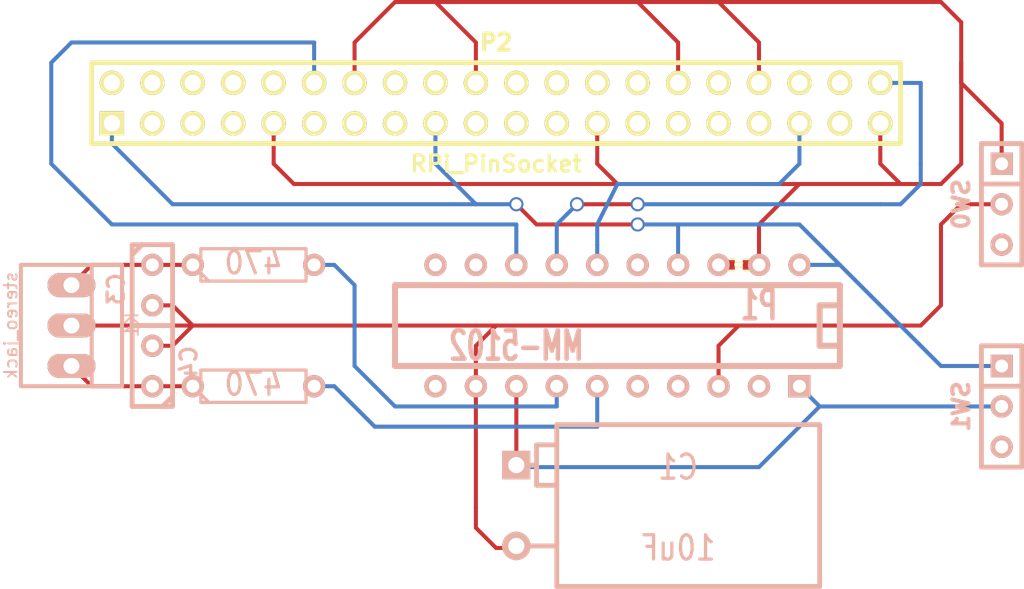
<source format=kicad_pcb>
(kicad_pcb (version 3) (host pcbnew "(25-Oct-2014 BZR 4029)-stable")

  (general
    (links 32)
    (no_connects 0)
    (area 25.273 18.643599 62.509401 83.264)
    (thickness 1.6)
    (drawings 0)
    (tracks 119)
    (zones 0)
    (modules 11)
    (nets 13)
  )

  (page A3)
  (layers
    (15 F.Cu signal)
    (0 B.Cu signal)
    (16 B.Adhes user)
    (17 F.Adhes user)
    (18 B.Paste user)
    (19 F.Paste user)
    (20 B.SilkS user)
    (21 F.SilkS user)
    (22 B.Mask user)
    (23 F.Mask user)
    (24 Dwgs.User user)
    (25 Cmts.User user)
    (26 Eco1.User user)
    (27 Eco2.User user)
    (28 Edge.Cuts user)
  )

  (setup
    (last_trace_width 0.254)
    (trace_clearance 0.254)
    (zone_clearance 0.508)
    (zone_45_only no)
    (trace_min 0.254)
    (segment_width 0.2)
    (edge_width 0.1)
    (via_size 0.889)
    (via_drill 0.635)
    (via_min_size 0.889)
    (via_min_drill 0.508)
    (uvia_size 0.508)
    (uvia_drill 0.127)
    (uvias_allowed no)
    (uvia_min_size 0.508)
    (uvia_min_drill 0.127)
    (pcb_text_width 0.3)
    (pcb_text_size 1.5 1.5)
    (mod_edge_width 0.15)
    (mod_text_size 1 1)
    (mod_text_width 0.15)
    (pad_size 1.5 1.5)
    (pad_drill 0.6)
    (pad_to_mask_clearance 0)
    (aux_axis_origin 0 0)
    (visible_elements FFFFFFBF)
    (pcbplotparams
      (layerselection 3178497)
      (usegerberextensions true)
      (excludeedgelayer true)
      (linewidth 0.150000)
      (plotframeref false)
      (viasonmask false)
      (mode 1)
      (useauxorigin false)
      (hpglpennumber 1)
      (hpglpenspeed 20)
      (hpglpendiameter 15)
      (hpglpenoverlay 2)
      (psnegative false)
      (psa4output false)
      (plotreference true)
      (plotvalue true)
      (plotothertext true)
      (plotinvisibletext false)
      (padsonsilk false)
      (subtractmaskfromsilk false)
      (outputformat 1)
      (mirror false)
      (drillshape 1)
      (scaleselection 1)
      (outputdirectory ""))
  )

  (net 0 "")
  (net 1 N-000001)
  (net 2 N-0000018)
  (net 3 N-0000019)
  (net 4 N-000002)
  (net 5 N-0000020)
  (net 6 N-0000021)
  (net 7 N-000006)
  (net 8 N-000007)
  (net 9 analog_3.3v)
  (net 10 analog_gnd)
  (net 11 digital_3.3v)
  (net 12 digital_gnd)

  (net_class Default "これは標準のネット クラスです。"
    (clearance 0.254)
    (trace_width 0.254)
    (via_dia 0.889)
    (via_drill 0.635)
    (uvia_dia 0.508)
    (uvia_drill 0.127)
    (add_net "")
    (add_net N-000001)
    (add_net N-0000018)
    (add_net N-0000019)
    (add_net N-000002)
    (add_net N-0000020)
    (add_net N-0000021)
    (add_net N-000006)
    (add_net N-000007)
    (add_net analog_3.3v)
    (add_net analog_gnd)
    (add_net digital_3.3v)
    (add_net digital_gnd)
  )

  (module SM0402 (layer F.Cu) (tedit 50A4E0BA) (tstamp 572AA1EE)
    (at 62.23 33.02)
    (path /5729C99D)
    (attr smd)
    (fp_text reference C2 (at 0 0) (layer F.SilkS)
      (effects (font (size 0.35052 0.3048) (thickness 0.07112)))
    )
    (fp_text value 0.1uF (at 0.09906 0) (layer F.SilkS) hide
      (effects (font (size 0.35052 0.3048) (thickness 0.07112)))
    )
    (fp_line (start -0.254 -0.381) (end -0.762 -0.381) (layer F.SilkS) (width 0.07112))
    (fp_line (start -0.762 -0.381) (end -0.762 0.381) (layer F.SilkS) (width 0.07112))
    (fp_line (start -0.762 0.381) (end -0.254 0.381) (layer F.SilkS) (width 0.07112))
    (fp_line (start 0.254 -0.381) (end 0.762 -0.381) (layer F.SilkS) (width 0.07112))
    (fp_line (start 0.762 -0.381) (end 0.762 0.381) (layer F.SilkS) (width 0.07112))
    (fp_line (start 0.762 0.381) (end 0.254 0.381) (layer F.SilkS) (width 0.07112))
    (pad 1 smd rect (at -0.44958 0) (size 0.39878 0.59944)
      (layers F.Cu F.Paste F.Mask)
      (net 3 N-0000019)
    )
    (pad 2 smd rect (at 0.44958 0) (size 0.39878 0.59944)
      (layers F.Cu F.Paste F.Mask)
      (net 12 digital_gnd)
    )
    (model smd\chip_cms.wrl
      (at (xyz 0 0 0.002))
      (scale (xyz 0.05 0.05 0.05))
      (rotate (xyz 0 0 0))
    )
  )

  (module R3 (layer B.Cu) (tedit 4E4C0E65) (tstamp 572A99C1)
    (at 31.75 40.64)
    (descr "Resitance 3 pas")
    (tags R)
    (path /5729C843)
    (autoplace_cost180 10)
    (fp_text reference R1 (at 0 -0.127) (layer B.SilkS) hide
      (effects (font (size 1.397 1.27) (thickness 0.2032)) (justify mirror))
    )
    (fp_text value 470 (at 0 -0.127) (layer B.SilkS)
      (effects (font (size 1.397 1.27) (thickness 0.2032)) (justify mirror))
    )
    (fp_line (start -3.81 0) (end -3.302 0) (layer B.SilkS) (width 0.2032))
    (fp_line (start 3.81 0) (end 3.302 0) (layer B.SilkS) (width 0.2032))
    (fp_line (start 3.302 0) (end 3.302 1.016) (layer B.SilkS) (width 0.2032))
    (fp_line (start 3.302 1.016) (end -3.302 1.016) (layer B.SilkS) (width 0.2032))
    (fp_line (start -3.302 1.016) (end -3.302 -1.016) (layer B.SilkS) (width 0.2032))
    (fp_line (start -3.302 -1.016) (end 3.302 -1.016) (layer B.SilkS) (width 0.2032))
    (fp_line (start 3.302 -1.016) (end 3.302 0) (layer B.SilkS) (width 0.2032))
    (fp_line (start -3.302 0.508) (end -2.794 1.016) (layer B.SilkS) (width 0.2032))
    (pad 1 thru_hole circle (at -3.81 0) (size 1.397 1.397) (drill 0.8128)
      (layers *.Cu *.Mask B.SilkS)
      (net 6 N-0000021)
    )
    (pad 2 thru_hole circle (at 3.81 0) (size 1.397 1.397) (drill 0.8128)
      (layers *.Cu *.Mask B.SilkS)
      (net 1 N-000001)
    )
    (model discret/resistor.wrl
      (at (xyz 0 0 0))
      (scale (xyz 0.3 0.3 0.3))
      (rotate (xyz 0 0 0))
    )
  )

  (module R3 (layer B.Cu) (tedit 4E4C0E65) (tstamp 572A99FE)
    (at 31.75 33.02)
    (descr "Resitance 3 pas")
    (tags R)
    (path /5729C852)
    (autoplace_cost180 10)
    (fp_text reference R2 (at 0 -0.127) (layer B.SilkS) hide
      (effects (font (size 1.397 1.27) (thickness 0.2032)) (justify mirror))
    )
    (fp_text value 470 (at 0 -0.127) (layer B.SilkS)
      (effects (font (size 1.397 1.27) (thickness 0.2032)) (justify mirror))
    )
    (fp_line (start -3.81 0) (end -3.302 0) (layer B.SilkS) (width 0.2032))
    (fp_line (start 3.81 0) (end 3.302 0) (layer B.SilkS) (width 0.2032))
    (fp_line (start 3.302 0) (end 3.302 1.016) (layer B.SilkS) (width 0.2032))
    (fp_line (start 3.302 1.016) (end -3.302 1.016) (layer B.SilkS) (width 0.2032))
    (fp_line (start -3.302 1.016) (end -3.302 -1.016) (layer B.SilkS) (width 0.2032))
    (fp_line (start -3.302 -1.016) (end 3.302 -1.016) (layer B.SilkS) (width 0.2032))
    (fp_line (start 3.302 -1.016) (end 3.302 0) (layer B.SilkS) (width 0.2032))
    (fp_line (start -3.302 0.508) (end -2.794 1.016) (layer B.SilkS) (width 0.2032))
    (pad 1 thru_hole circle (at -3.81 0) (size 1.397 1.397) (drill 0.8128)
      (layers *.Cu *.Mask B.SilkS)
      (net 5 N-0000020)
    )
    (pad 2 thru_hole circle (at 3.81 0) (size 1.397 1.397) (drill 0.8128)
      (layers *.Cu *.Mask B.SilkS)
      (net 4 N-000002)
    )
    (model discret/resistor.wrl
      (at (xyz 0 0 0))
      (scale (xyz 0.3 0.3 0.3))
      (rotate (xyz 0 0 0))
    )
  )

  (module PINHEAD1-3 (layer B.Cu) (tedit 52166174) (tstamp 572A9857)
    (at 20.32 36.83 90)
    (path /572A92FC)
    (attr virtual)
    (fp_text reference K1 (at 0.05 3.8 90) (layer B.SilkS)
      (effects (font (size 0.8 0.8) (thickness 0.12)) (justify mirror))
    )
    (fp_text value stereo_jack (at 0 -3.81 90) (layer B.SilkS)
      (effects (font (size 0.8 0.8) (thickness 0.12)) (justify mirror))
    )
    (fp_line (start -3.81 3.175) (end -3.81 -3.175) (layer B.SilkS) (width 0.254))
    (fp_line (start 3.81 3.175) (end 3.81 -3.175) (layer B.SilkS) (width 0.254))
    (fp_line (start 3.81 1.27) (end -3.81 1.27) (layer B.SilkS) (width 0.254))
    (fp_line (start -3.81 3.175) (end 3.81 3.175) (layer B.SilkS) (width 0.254))
    (fp_line (start 3.81 -3.175) (end -3.81 -3.175) (layer B.SilkS) (width 0.254))
    (pad 1 thru_hole oval (at -2.54 0 90) (size 1.50622 3.01498) (drill 0.99822)
      (layers *.Cu *.Mask B.SilkS)
      (net 6 N-0000021)
    )
    (pad 2 thru_hole oval (at 0 0 90) (size 1.50622 3.01498) (drill 0.99822)
      (layers *.Cu *.Mask B.SilkS)
      (net 10 analog_gnd)
    )
    (pad 3 thru_hole oval (at 2.54 0 90) (size 1.50622 3.01498) (drill 0.99822)
      (layers *.Cu *.Mask B.SilkS)
      (net 5 N-0000020)
    )
  )

  (module PIN_ARRAY_20X2 (layer F.Cu) (tedit 5031D84E) (tstamp 572A9887)
    (at 46.99 22.86)
    (descr "Double rangee de contacts 2 x 12 pins")
    (tags CONN)
    (path /5729E3EB)
    (fp_text reference P2 (at 0 -3.81) (layer F.SilkS)
      (effects (font (size 1.016 1.016) (thickness 0.27432)))
    )
    (fp_text value RPi_PinSocket (at 0 3.81) (layer F.SilkS)
      (effects (font (size 1.016 1.016) (thickness 0.2032)))
    )
    (fp_line (start 25.4 2.54) (end -25.4 2.54) (layer F.SilkS) (width 0.3048))
    (fp_line (start 25.4 -2.54) (end -25.4 -2.54) (layer F.SilkS) (width 0.3048))
    (fp_line (start 25.4 -2.54) (end 25.4 2.54) (layer F.SilkS) (width 0.3048))
    (fp_line (start -25.4 -2.54) (end -25.4 2.54) (layer F.SilkS) (width 0.3048))
    (pad 1 thru_hole rect (at -24.13 1.27) (size 1.524 1.524) (drill 1.016)
      (layers *.Cu *.Mask F.SilkS)
      (net 11 digital_3.3v)
    )
    (pad 2 thru_hole circle (at -24.13 -1.27) (size 1.524 1.524) (drill 1.016)
      (layers *.Cu *.Mask F.SilkS)
    )
    (pad 11 thru_hole circle (at -11.43 1.27) (size 1.524 1.524) (drill 1.016)
      (layers *.Cu *.Mask F.SilkS)
    )
    (pad 4 thru_hole circle (at -21.59 -1.27) (size 1.524 1.524) (drill 1.016)
      (layers *.Cu *.Mask F.SilkS)
    )
    (pad 13 thru_hole circle (at -8.89 1.27) (size 1.524 1.524) (drill 1.016)
      (layers *.Cu *.Mask F.SilkS)
    )
    (pad 6 thru_hole circle (at -19.05 -1.27) (size 1.524 1.524) (drill 1.016)
      (layers *.Cu *.Mask F.SilkS)
    )
    (pad 15 thru_hole circle (at -6.35 1.27) (size 1.524 1.524) (drill 1.016)
      (layers *.Cu *.Mask F.SilkS)
    )
    (pad 8 thru_hole circle (at -16.51 -1.27) (size 1.524 1.524) (drill 1.016)
      (layers *.Cu *.Mask F.SilkS)
    )
    (pad 17 thru_hole circle (at -3.81 1.27) (size 1.524 1.524) (drill 1.016)
      (layers *.Cu *.Mask F.SilkS)
      (net 11 digital_3.3v)
    )
    (pad 10 thru_hole circle (at -13.97 -1.27) (size 1.524 1.524) (drill 1.016)
      (layers *.Cu *.Mask F.SilkS)
    )
    (pad 19 thru_hole circle (at -1.27 1.27) (size 1.524 1.524) (drill 1.016)
      (layers *.Cu *.Mask F.SilkS)
    )
    (pad 12 thru_hole circle (at -11.43 -1.27) (size 1.524 1.524) (drill 1.016)
      (layers *.Cu *.Mask F.SilkS)
      (net 2 N-0000018)
    )
    (pad 21 thru_hole circle (at 1.27 1.27) (size 1.524 1.524) (drill 1.016)
      (layers *.Cu *.Mask F.SilkS)
    )
    (pad 14 thru_hole circle (at -8.89 -1.27) (size 1.524 1.524) (drill 1.016)
      (layers *.Cu *.Mask F.SilkS)
      (net 12 digital_gnd)
    )
    (pad 23 thru_hole circle (at 3.81 1.27) (size 1.524 1.524) (drill 1.016)
      (layers *.Cu *.Mask F.SilkS)
    )
    (pad 16 thru_hole circle (at -6.35 -1.27) (size 1.524 1.524) (drill 1.016)
      (layers *.Cu *.Mask F.SilkS)
    )
    (pad 25 thru_hole circle (at 6.35 1.27) (size 1.524 1.524) (drill 1.016)
      (layers *.Cu *.Mask F.SilkS)
      (net 12 digital_gnd)
    )
    (pad 18 thru_hole circle (at -3.81 -1.27) (size 1.524 1.524) (drill 1.016)
      (layers *.Cu *.Mask F.SilkS)
    )
    (pad 27 thru_hole circle (at 8.89 1.27) (size 1.524 1.524) (drill 1.016)
      (layers *.Cu *.Mask F.SilkS)
    )
    (pad 20 thru_hole circle (at -1.27 -1.27) (size 1.524 1.524) (drill 1.016)
      (layers *.Cu *.Mask F.SilkS)
      (net 12 digital_gnd)
    )
    (pad 29 thru_hole circle (at 11.43 1.27) (size 1.524 1.524) (drill 1.016)
      (layers *.Cu *.Mask F.SilkS)
    )
    (pad 22 thru_hole circle (at 1.27 -1.27) (size 1.524 1.524) (drill 1.016)
      (layers *.Cu *.Mask F.SilkS)
    )
    (pad 31 thru_hole circle (at 13.97 1.27) (size 1.524 1.524) (drill 1.016)
      (layers *.Cu *.Mask F.SilkS)
    )
    (pad 24 thru_hole circle (at 3.81 -1.27) (size 1.524 1.524) (drill 1.016)
      (layers *.Cu *.Mask F.SilkS)
    )
    (pad 26 thru_hole circle (at 6.35 -1.27) (size 1.524 1.524) (drill 1.016)
      (layers *.Cu *.Mask F.SilkS)
    )
    (pad 33 thru_hole circle (at 16.51 1.27) (size 1.524 1.524) (drill 1.016)
      (layers *.Cu *.Mask F.SilkS)
    )
    (pad 28 thru_hole circle (at 8.89 -1.27) (size 1.524 1.524) (drill 1.016)
      (layers *.Cu *.Mask F.SilkS)
    )
    (pad 32 thru_hole circle (at 13.97 -1.27) (size 1.524 1.524) (drill 1.016)
      (layers *.Cu *.Mask F.SilkS)
    )
    (pad 34 thru_hole circle (at 16.51 -1.27) (size 1.524 1.524) (drill 1.016)
      (layers *.Cu *.Mask F.SilkS)
      (net 12 digital_gnd)
    )
    (pad 36 thru_hole circle (at 19.05 -1.27) (size 1.524 1.524) (drill 1.016)
      (layers *.Cu *.Mask F.SilkS)
    )
    (pad 38 thru_hole circle (at 21.59 -1.27) (size 1.524 1.524) (drill 1.016)
      (layers *.Cu *.Mask F.SilkS)
    )
    (pad 35 thru_hole circle (at 19.05 1.27) (size 1.524 1.524) (drill 1.016)
      (layers *.Cu *.Mask F.SilkS)
      (net 8 N-000007)
    )
    (pad 37 thru_hole circle (at 21.59 1.27) (size 1.524 1.524) (drill 1.016)
      (layers *.Cu *.Mask F.SilkS)
    )
    (pad 3 thru_hole circle (at -21.59 1.27) (size 1.524 1.524) (drill 1.016)
      (layers *.Cu *.Mask F.SilkS)
    )
    (pad 5 thru_hole circle (at -19.05 1.27) (size 1.524 1.524) (drill 1.016)
      (layers *.Cu *.Mask F.SilkS)
    )
    (pad 7 thru_hole circle (at -16.51 1.27) (size 1.524 1.524) (drill 1.016)
      (layers *.Cu *.Mask F.SilkS)
    )
    (pad 9 thru_hole circle (at -13.97 1.27) (size 1.524 1.524) (drill 1.016)
      (layers *.Cu *.Mask F.SilkS)
      (net 12 digital_gnd)
    )
    (pad 39 thru_hole circle (at 24.13 1.27) (size 1.524 1.524) (drill 1.016)
      (layers *.Cu *.Mask F.SilkS)
      (net 12 digital_gnd)
    )
    (pad 40 thru_hole circle (at 24.13 -1.27) (size 1.524 1.524) (drill 1.016)
      (layers *.Cu *.Mask F.SilkS)
      (net 7 N-000006)
    )
    (pad 30 thru_hole circle (at 11.43 -1.27) (size 1.524 1.524) (drill 1.016)
      (layers *.Cu *.Mask F.SilkS)
      (net 12 digital_gnd)
    )
    (model pin_array/pins_array_20x2.wrl
      (at (xyz 0 0 0))
      (scale (xyz 1 1 1))
      (rotate (xyz 0 0 0))
    )
  )

  (module MICROSWITCH_SPST (layer B.Cu) (tedit 48075FE7) (tstamp 572A9893)
    (at 78.74 29.21 270)
    (descr "Connecteur 3 pins")
    (tags "CONN DEV")
    (path /572A925C)
    (fp_text reference SW0 (at 0 2.54 270) (layer B.SilkS)
      (effects (font (size 1.016 1.016) (thickness 0.254)) (justify mirror))
    )
    (fp_text value SEL_AGND (at 0 2.54 270) (layer B.SilkS) hide
      (effects (font (size 1.016 1.016) (thickness 0.254)) (justify mirror))
    )
    (fp_line (start -3.81 -1.27) (end -3.81 1.27) (layer B.SilkS) (width 0.3048))
    (fp_line (start -3.81 1.27) (end 3.81 1.27) (layer B.SilkS) (width 0.3048))
    (fp_line (start 3.81 1.27) (end 3.81 -1.27) (layer B.SilkS) (width 0.3048))
    (fp_line (start 3.81 -1.27) (end -3.81 -1.27) (layer B.SilkS) (width 0.3048))
    (fp_line (start -1.27 1.27) (end -1.27 -1.27) (layer B.SilkS) (width 0.3048))
    (pad 1 thru_hole rect (at -2.54 0 270) (size 1.397 1.397) (drill 0.8128)
      (layers *.Cu *.Mask B.SilkS)
      (net 12 digital_gnd)
    )
    (pad 2 thru_hole circle (at 0 0 270) (size 1.397 1.397) (drill 0.8128)
      (layers *.Cu *.Mask B.SilkS)
      (net 10 analog_gnd)
    )
    (pad 3 thru_hole circle (at 2.54 0 270) (size 1.397 1.397) (drill 0.8128)
      (layers *.Cu *.Mask B.SilkS)
    )
    (model device/switch_slide_straight_terminal.wrl
      (at (xyz 0 0 0))
      (scale (xyz 0.33 0.33 0.33))
      (rotate (xyz 0 0 0))
    )
  )

  (module MICROSWITCH_SPST (layer B.Cu) (tedit 48075FE7) (tstamp 572A989F)
    (at 78.74 41.91 270)
    (descr "Connecteur 3 pins")
    (tags "CONN DEV")
    (path /572A9269)
    (fp_text reference SW1 (at 0 2.54 270) (layer B.SilkS)
      (effects (font (size 1.016 1.016) (thickness 0.254)) (justify mirror))
    )
    (fp_text value SEL_A33V (at 0 2.54 270) (layer B.SilkS) hide
      (effects (font (size 1.016 1.016) (thickness 0.254)) (justify mirror))
    )
    (fp_line (start -3.81 -1.27) (end -3.81 1.27) (layer B.SilkS) (width 0.3048))
    (fp_line (start -3.81 1.27) (end 3.81 1.27) (layer B.SilkS) (width 0.3048))
    (fp_line (start 3.81 1.27) (end 3.81 -1.27) (layer B.SilkS) (width 0.3048))
    (fp_line (start 3.81 -1.27) (end -3.81 -1.27) (layer B.SilkS) (width 0.3048))
    (fp_line (start -1.27 1.27) (end -1.27 -1.27) (layer B.SilkS) (width 0.3048))
    (pad 1 thru_hole rect (at -2.54 0 270) (size 1.397 1.397) (drill 0.8128)
      (layers *.Cu *.Mask B.SilkS)
      (net 11 digital_3.3v)
    )
    (pad 2 thru_hole circle (at 0 0 270) (size 1.397 1.397) (drill 0.8128)
      (layers *.Cu *.Mask B.SilkS)
      (net 9 analog_3.3v)
    )
    (pad 3 thru_hole circle (at 2.54 0 270) (size 1.397 1.397) (drill 0.8128)
      (layers *.Cu *.Mask B.SilkS)
    )
    (model device/switch_slide_straight_terminal.wrl
      (at (xyz 0 0 0))
      (scale (xyz 0.33 0.33 0.33))
      (rotate (xyz 0 0 0))
    )
  )

  (module DIP-20__300 (layer B.Cu) (tedit 200000) (tstamp 572A98BE)
    (at 54.61 36.83 180)
    (descr "20 pins DIL package, round pads")
    (tags DIL)
    (path /572A8D33)
    (fp_text reference P1 (at -8.89 1.27 180) (layer B.SilkS)
      (effects (font (size 1.778 1.143) (thickness 0.3048)) (justify mirror))
    )
    (fp_text value MM-5102 (at 6.35 -1.27 180) (layer B.SilkS)
      (effects (font (size 1.778 1.143) (thickness 0.3048)) (justify mirror))
    )
    (fp_line (start -13.97 1.27) (end -12.7 1.27) (layer B.SilkS) (width 0.381))
    (fp_line (start -12.7 1.27) (end -12.7 -1.27) (layer B.SilkS) (width 0.381))
    (fp_line (start -12.7 -1.27) (end -13.97 -1.27) (layer B.SilkS) (width 0.381))
    (fp_line (start -13.97 2.54) (end 13.97 2.54) (layer B.SilkS) (width 0.381))
    (fp_line (start 13.97 2.54) (end 13.97 -2.54) (layer B.SilkS) (width 0.381))
    (fp_line (start 13.97 -2.54) (end -13.97 -2.54) (layer B.SilkS) (width 0.381))
    (fp_line (start -13.97 -2.54) (end -13.97 2.54) (layer B.SilkS) (width 0.381))
    (pad 1 thru_hole rect (at -11.43 -3.81 180) (size 1.397 1.397) (drill 0.8128)
      (layers *.Cu *.Mask B.SilkS)
      (net 9 analog_3.3v)
    )
    (pad 2 thru_hole circle (at -8.89 -3.81 180) (size 1.397 1.397) (drill 0.8128)
      (layers *.Cu *.Mask B.SilkS)
    )
    (pad 3 thru_hole circle (at -6.35 -3.81 180) (size 1.397 1.397) (drill 0.8128)
      (layers *.Cu *.Mask B.SilkS)
      (net 10 analog_gnd)
    )
    (pad 4 thru_hole circle (at -3.81 -3.81 180) (size 1.397 1.397) (drill 0.8128)
      (layers *.Cu *.Mask B.SilkS)
    )
    (pad 5 thru_hole circle (at -1.27 -3.81 180) (size 1.397 1.397) (drill 0.8128)
      (layers *.Cu *.Mask B.SilkS)
    )
    (pad 6 thru_hole circle (at 1.27 -3.81 180) (size 1.397 1.397) (drill 0.8128)
      (layers *.Cu *.Mask B.SilkS)
      (net 1 N-000001)
    )
    (pad 7 thru_hole circle (at 3.81 -3.81 180) (size 1.397 1.397) (drill 0.8128)
      (layers *.Cu *.Mask B.SilkS)
      (net 4 N-000002)
    )
    (pad 8 thru_hole circle (at 6.35 -3.81 180) (size 1.397 1.397) (drill 0.8128)
      (layers *.Cu *.Mask B.SilkS)
      (net 9 analog_3.3v)
    )
    (pad 9 thru_hole circle (at 8.89 -3.81 180) (size 1.397 1.397) (drill 0.8128)
      (layers *.Cu *.Mask B.SilkS)
      (net 10 analog_gnd)
    )
    (pad 10 thru_hole circle (at 11.43 -3.81 180) (size 1.397 1.397) (drill 0.8128)
      (layers *.Cu *.Mask B.SilkS)
    )
    (pad 11 thru_hole circle (at 11.43 3.81 180) (size 1.397 1.397) (drill 0.8128)
      (layers *.Cu *.Mask B.SilkS)
    )
    (pad 12 thru_hole circle (at 8.89 3.81 180) (size 1.397 1.397) (drill 0.8128)
      (layers *.Cu *.Mask B.SilkS)
    )
    (pad 13 thru_hole circle (at 6.35 3.81 180) (size 1.397 1.397) (drill 0.8128)
      (layers *.Cu *.Mask B.SilkS)
      (net 2 N-0000018)
    )
    (pad 14 thru_hole circle (at 3.81 3.81 180) (size 1.397 1.397) (drill 0.8128)
      (layers *.Cu *.Mask B.SilkS)
      (net 7 N-000006)
    )
    (pad 15 thru_hole circle (at 1.27 3.81 180) (size 1.397 1.397) (drill 0.8128)
      (layers *.Cu *.Mask B.SilkS)
      (net 8 N-000007)
    )
    (pad 16 thru_hole circle (at -1.27 3.81 180) (size 1.397 1.397) (drill 0.8128)
      (layers *.Cu *.Mask B.SilkS)
    )
    (pad 17 thru_hole circle (at -3.81 3.81 180) (size 1.397 1.397) (drill 0.8128)
      (layers *.Cu *.Mask B.SilkS)
      (net 11 digital_3.3v)
    )
    (pad 18 thru_hole circle (at -6.35 3.81 180) (size 1.397 1.397) (drill 0.8128)
      (layers *.Cu *.Mask B.SilkS)
      (net 3 N-0000019)
    )
    (pad 19 thru_hole circle (at -8.89 3.81 180) (size 1.397 1.397) (drill 0.8128)
      (layers *.Cu *.Mask B.SilkS)
      (net 12 digital_gnd)
    )
    (pad 20 thru_hole circle (at -11.43 3.81 180) (size 1.397 1.397) (drill 0.8128)
      (layers *.Cu *.Mask B.SilkS)
      (net 11 digital_3.3v)
    )
    (model dil/dil_20.wrl
      (at (xyz 0 0 0))
      (scale (xyz 1 1 1))
      (rotate (xyz 0 0 0))
    )
  )

  (module CPR10X16 (layer B.Cu) (tedit 416BBCDD) (tstamp 572A98CD)
    (at 48.26 48.26 180)
    (descr "Condensateur polarise couche")
    (tags CP)
    (path /5729CA06)
    (fp_text reference C1 (at -10.16 2.54 180) (layer B.SilkS)
      (effects (font (size 1.524 1.27) (thickness 0.2032)) (justify mirror))
    )
    (fp_text value 10uF (at -10.16 -2.54 180) (layer B.SilkS)
      (effects (font (size 1.524 1.27) (thickness 0.2032)) (justify mirror))
    )
    (fp_line (start -2.54 5.207) (end -19.05 5.207) (layer B.SilkS) (width 0.3048))
    (fp_line (start -19.05 5.207) (end -19.05 -4.953) (layer B.SilkS) (width 0.3048))
    (fp_line (start -19.05 -4.953) (end -2.54 -4.953) (layer B.SilkS) (width 0.3048))
    (fp_line (start -2.54 -4.953) (end -2.54 5.207) (layer B.SilkS) (width 0.3048))
    (fp_line (start -2.54 3.937) (end -1.27 3.937) (layer B.SilkS) (width 0.3048))
    (fp_line (start -1.27 3.937) (end -1.27 1.397) (layer B.SilkS) (width 0.3048))
    (fp_line (start -1.27 1.397) (end -2.54 1.397) (layer B.SilkS) (width 0.3048))
    (fp_line (start -1.27 2.667) (end 0 2.667) (layer B.SilkS) (width 0.3048))
    (fp_line (start -2.54 -2.413) (end 0 -2.413) (layer B.SilkS) (width 0.3048))
    (pad 1 thru_hole rect (at 0 2.667 180) (size 1.778 1.778) (drill 1.016)
      (layers *.Cu *.SilkS *.Mask)
      (net 9 analog_3.3v)
    )
    (pad 2 thru_hole circle (at 0 -2.413 180) (size 1.778 1.778) (drill 1.016)
      (layers *.Cu *.SilkS *.Mask)
      (net 10 analog_gnd)
    )
    (model discret/c_horiz_c2v10.wrl
      (at (xyz 0 0 0))
      (scale (xyz 1 1 1))
      (rotate (xyz 0 0 0))
    )
  )

  (module C1 (layer B.Cu) (tedit 3F92C496) (tstamp 572D827A)
    (at 25.4 39.37 90)
    (descr "Condensateur e = 1 pas")
    (tags C)
    (path /5729E38A)
    (fp_text reference C4 (at 0.254 2.286 90) (layer B.SilkS)
      (effects (font (size 1.016 1.016) (thickness 0.2032)) (justify mirror))
    )
    (fp_text value 2200pF (at 0 2.286 90) (layer B.SilkS) hide
      (effects (font (size 1.016 1.016) (thickness 0.2032)) (justify mirror))
    )
    (fp_line (start -2.4892 1.27) (end 2.54 1.27) (layer B.SilkS) (width 0.3048))
    (fp_line (start 2.54 1.27) (end 2.54 -1.27) (layer B.SilkS) (width 0.3048))
    (fp_line (start 2.54 -1.27) (end -2.54 -1.27) (layer B.SilkS) (width 0.3048))
    (fp_line (start -2.54 -1.27) (end -2.54 1.27) (layer B.SilkS) (width 0.3048))
    (fp_line (start -2.54 0.635) (end -1.905 1.27) (layer B.SilkS) (width 0.3048))
    (pad 1 thru_hole circle (at -1.27 0 90) (size 1.397 1.397) (drill 0.8128)
      (layers *.Cu *.Mask B.SilkS)
      (net 6 N-0000021)
    )
    (pad 2 thru_hole circle (at 1.27 0 90) (size 1.397 1.397) (drill 0.8128)
      (layers *.Cu *.Mask B.SilkS)
      (net 10 analog_gnd)
    )
    (model discret/capa_1_pas.wrl
      (at (xyz 0 0 0))
      (scale (xyz 1 1 1))
      (rotate (xyz 0 0 0))
    )
  )

  (module C1 (layer B.Cu) (tedit 3F92C496) (tstamp 572D8285)
    (at 25.4 34.29 270)
    (descr "Condensateur e = 1 pas")
    (tags C)
    (path /5729E397)
    (fp_text reference C3 (at 0.254 2.286 270) (layer B.SilkS)
      (effects (font (size 1.016 1.016) (thickness 0.2032)) (justify mirror))
    )
    (fp_text value 2200pF (at 0 2.286 270) (layer B.SilkS) hide
      (effects (font (size 1.016 1.016) (thickness 0.2032)) (justify mirror))
    )
    (fp_line (start -2.4892 1.27) (end 2.54 1.27) (layer B.SilkS) (width 0.3048))
    (fp_line (start 2.54 1.27) (end 2.54 -1.27) (layer B.SilkS) (width 0.3048))
    (fp_line (start 2.54 -1.27) (end -2.54 -1.27) (layer B.SilkS) (width 0.3048))
    (fp_line (start -2.54 -1.27) (end -2.54 1.27) (layer B.SilkS) (width 0.3048))
    (fp_line (start -2.54 0.635) (end -1.905 1.27) (layer B.SilkS) (width 0.3048))
    (pad 1 thru_hole circle (at -1.27 0 270) (size 1.397 1.397) (drill 0.8128)
      (layers *.Cu *.Mask B.SilkS)
      (net 5 N-0000020)
    )
    (pad 2 thru_hole circle (at 1.27 0 270) (size 1.397 1.397) (drill 0.8128)
      (layers *.Cu *.Mask B.SilkS)
      (net 10 analog_gnd)
    )
    (model discret/capa_1_pas.wrl
      (at (xyz 0 0 0))
      (scale (xyz 1 1 1))
      (rotate (xyz 0 0 0))
    )
  )

  (segment (start 53.34 40.64) (end 53.34 43.18) (width 0.254) (layer B.Cu) (net 1))
  (segment (start 36.83 40.64) (end 35.56 40.64) (width 0.254) (layer B.Cu) (net 1) (tstamp 572DBFFD))
  (segment (start 39.37 43.18) (end 36.83 40.64) (width 0.254) (layer B.Cu) (net 1) (tstamp 572DBFFC))
  (segment (start 53.34 43.18) (end 39.37 43.18) (width 0.254) (layer B.Cu) (net 1) (tstamp 572DBFFB))
  (segment (start 35.56 21.59) (end 35.56 19.05) (width 0.254) (layer B.Cu) (net 2))
  (segment (start 22.86 30.48) (end 48.26 30.48) (width 0.254) (layer B.Cu) (net 2) (tstamp 572DC01C))
  (segment (start 19.05 26.67) (end 22.86 30.48) (width 0.254) (layer B.Cu) (net 2) (tstamp 572DC01B))
  (segment (start 19.05 20.32) (end 19.05 26.67) (width 0.254) (layer B.Cu) (net 2) (tstamp 572DC01A))
  (segment (start 20.32 19.05) (end 19.05 20.32) (width 0.254) (layer B.Cu) (net 2) (tstamp 572DC019))
  (segment (start 35.56 19.05) (end 20.32 19.05) (width 0.254) (layer B.Cu) (net 2) (tstamp 572DC018))
  (segment (start 48.26 30.48) (end 48.26 33.02) (width 0.254) (layer B.Cu) (net 2) (tstamp 572DC021))
  (segment (start 61.78042 33.02) (end 60.96 33.02) (width 0.254) (layer F.Cu) (net 3))
  (segment (start 50.8 40.64) (end 50.8 41.91) (width 0.254) (layer B.Cu) (net 4))
  (segment (start 36.83 33.02) (end 35.56 33.02) (width 0.254) (layer B.Cu) (net 4) (tstamp 572DBFF7))
  (segment (start 38.1 34.29) (end 36.83 33.02) (width 0.254) (layer B.Cu) (net 4) (tstamp 572DBFF6))
  (segment (start 38.1 39.37) (end 38.1 34.29) (width 0.254) (layer B.Cu) (net 4) (tstamp 572DBFF5))
  (segment (start 40.64 41.91) (end 38.1 39.37) (width 0.254) (layer B.Cu) (net 4) (tstamp 572DBFF4))
  (segment (start 50.8 41.91) (end 40.64 41.91) (width 0.254) (layer B.Cu) (net 4) (tstamp 572DBFF3))
  (segment (start 25.4 33.02) (end 21.59 33.02) (width 0.254) (layer F.Cu) (net 5))
  (segment (start 21.59 33.02) (end 20.32 34.29) (width 0.254) (layer F.Cu) (net 5) (tstamp 572D8A3E))
  (segment (start 27.94 33.02) (end 25.4 33.02) (width 0.254) (layer F.Cu) (net 5))
  (segment (start 25.4 40.64) (end 21.59 40.64) (width 0.254) (layer F.Cu) (net 6))
  (segment (start 21.59 40.64) (end 20.32 39.37) (width 0.254) (layer F.Cu) (net 6) (tstamp 572D8A34))
  (segment (start 27.94 40.64) (end 25.4 40.64) (width 0.254) (layer F.Cu) (net 6))
  (segment (start 50.8 33.02) (end 50.8 30.48) (width 0.254) (layer B.Cu) (net 7))
  (segment (start 73.66 21.59) (end 71.12 21.59) (width 0.254) (layer B.Cu) (net 7) (tstamp 572DBFCA))
  (segment (start 73.66 26.67) (end 73.66 21.59) (width 0.254) (layer B.Cu) (net 7) (tstamp 572DBFC9))
  (segment (start 73.66 27.94) (end 73.66 26.67) (width 0.254) (layer B.Cu) (net 7) (tstamp 572DBFC8))
  (segment (start 72.39 29.21) (end 73.66 27.94) (width 0.254) (layer B.Cu) (net 7) (tstamp 572DBFC7))
  (segment (start 71.12 29.21) (end 72.39 29.21) (width 0.254) (layer B.Cu) (net 7) (tstamp 572DBFC6))
  (segment (start 55.88 29.21) (end 71.12 29.21) (width 0.254) (layer B.Cu) (net 7) (tstamp 572DBFC5))
  (via (at 55.88 29.21) (size 0.889) (layers F.Cu B.Cu) (net 7))
  (segment (start 52.07 29.21) (end 55.88 29.21) (width 0.254) (layer F.Cu) (net 7) (tstamp 572DBFC2))
  (via (at 52.07 29.21) (size 0.889) (layers F.Cu B.Cu) (net 7))
  (segment (start 50.8 30.48) (end 52.07 29.21) (width 0.254) (layer B.Cu) (net 7) (tstamp 572DBFBE))
  (segment (start 66.04 26.67) (end 64.77 27.94) (width 0.254) (layer B.Cu) (net 8))
  (segment (start 66.04 24.13) (end 66.04 26.67) (width 0.254) (layer B.Cu) (net 8))
  (segment (start 53.34 31.75) (end 53.34 33.02) (width 0.254) (layer B.Cu) (net 8))
  (segment (start 53.34 30.48) (end 53.34 31.75) (width 0.254) (layer B.Cu) (net 8))
  (segment (start 54.61 27.94) (end 53.34 30.48) (width 0.254) (layer B.Cu) (net 8) (tstamp 572D8B39))
  (segment (start 64.77 27.94) (end 54.61 27.94) (width 0.254) (layer B.Cu) (net 8) (tstamp 572D8B2B))
  (segment (start 67.31 41.91) (end 63.5 45.72) (width 0.254) (layer B.Cu) (net 9))
  (segment (start 48.387 45.72) (end 48.26 45.593) (width 0.254) (layer B.Cu) (net 9) (tstamp 572D96BD))
  (segment (start 63.5 45.72) (end 48.387 45.72) (width 0.254) (layer B.Cu) (net 9) (tstamp 572D96A5))
  (segment (start 78.74 41.91) (end 67.31 41.91) (width 0.254) (layer B.Cu) (net 9))
  (segment (start 67.31 41.91) (end 66.04 40.64) (width 0.254) (layer B.Cu) (net 9) (tstamp 572D968F))
  (segment (start 48.26 45.593) (end 48.26 40.64) (width 0.254) (layer F.Cu) (net 9))
  (segment (start 45.72 40.64) (end 45.72 48.26) (width 0.254) (layer F.Cu) (net 10))
  (segment (start 48.133 50.8) (end 48.26 50.673) (width 0.254) (layer F.Cu) (net 10) (tstamp 572DC00B))
  (segment (start 46.99 50.8) (end 48.133 50.8) (width 0.254) (layer F.Cu) (net 10) (tstamp 572DC00A))
  (segment (start 45.72 49.53) (end 46.99 50.8) (width 0.254) (layer F.Cu) (net 10) (tstamp 572DC009))
  (segment (start 45.72 48.26) (end 45.72 49.53) (width 0.254) (layer F.Cu) (net 10) (tstamp 572DC008))
  (segment (start 27.94 36.83) (end 29.21 36.83) (width 0.254) (layer F.Cu) (net 10))
  (segment (start 29.21 36.83) (end 46.99 36.83) (width 0.254) (layer F.Cu) (net 10) (tstamp 572D89C1))
  (segment (start 45.72 40.64) (end 45.72 38.1) (width 0.254) (layer F.Cu) (net 10))
  (segment (start 45.72 38.1) (end 46.99 36.83) (width 0.254) (layer F.Cu) (net 10) (tstamp 572D89B4))
  (segment (start 25.4 38.1) (end 26.67 38.1) (width 0.254) (layer F.Cu) (net 10))
  (segment (start 26.67 38.1) (end 27.94 36.83) (width 0.254) (layer F.Cu) (net 10) (tstamp 572D89A4))
  (segment (start 25.4 35.56) (end 26.67 35.56) (width 0.254) (layer F.Cu) (net 10))
  (segment (start 26.67 35.56) (end 27.94 36.83) (width 0.254) (layer F.Cu) (net 10) (tstamp 572D899A))
  (segment (start 62.23 36.83) (end 46.99 36.83) (width 0.254) (layer F.Cu) (net 10))
  (segment (start 27.94 36.83) (end 20.32 36.83) (width 0.254) (layer F.Cu) (net 10) (tstamp 572D89A2))
  (segment (start 78.74 29.21) (end 76.2 29.21) (width 0.254) (layer F.Cu) (net 10))
  (segment (start 60.96 38.1) (end 60.96 40.64) (width 0.254) (layer F.Cu) (net 10) (tstamp 572D898A))
  (segment (start 62.23 36.83) (end 60.96 38.1) (width 0.254) (layer F.Cu) (net 10) (tstamp 572D8988))
  (segment (start 73.66 36.83) (end 62.23 36.83) (width 0.254) (layer F.Cu) (net 10) (tstamp 572D8981))
  (segment (start 74.93 35.56) (end 73.66 36.83) (width 0.254) (layer F.Cu) (net 10) (tstamp 572D897C))
  (segment (start 74.93 30.48) (end 74.93 35.56) (width 0.254) (layer F.Cu) (net 10) (tstamp 572D8976))
  (segment (start 76.2 29.21) (end 74.93 30.48) (width 0.254) (layer F.Cu) (net 10) (tstamp 572D8971))
  (segment (start 45.72 29.21) (end 26.67 29.21) (width 0.254) (layer B.Cu) (net 11))
  (segment (start 22.86 25.4) (end 22.86 24.13) (width 0.254) (layer B.Cu) (net 11) (tstamp 572DBFE3))
  (segment (start 26.67 29.21) (end 22.86 25.4) (width 0.254) (layer B.Cu) (net 11) (tstamp 572DBFE2))
  (segment (start 58.42 33.02) (end 58.42 30.48) (width 0.254) (layer B.Cu) (net 11))
  (segment (start 68.58 33.02) (end 66.04 30.48) (width 0.254) (layer B.Cu) (net 11))
  (segment (start 43.18 26.67) (end 43.18 24.13) (width 0.254) (layer B.Cu) (net 11) (tstamp 572DBFDB))
  (segment (start 45.72 29.21) (end 43.18 26.67) (width 0.254) (layer B.Cu) (net 11) (tstamp 572DBFDA))
  (segment (start 48.26 29.21) (end 45.72 29.21) (width 0.254) (layer B.Cu) (net 11) (tstamp 572DBFD9))
  (via (at 48.26 29.21) (size 0.889) (layers F.Cu B.Cu) (net 11))
  (segment (start 49.53 30.48) (end 48.26 29.21) (width 0.254) (layer F.Cu) (net 11) (tstamp 572DBFD6))
  (segment (start 55.88 30.48) (end 49.53 30.48) (width 0.254) (layer F.Cu) (net 11) (tstamp 572DBFD5))
  (via (at 55.88 30.48) (size 0.889) (layers F.Cu B.Cu) (net 11))
  (segment (start 66.04 30.48) (end 58.42 30.48) (width 0.254) (layer B.Cu) (net 11) (tstamp 572DBFD2))
  (segment (start 58.42 30.48) (end 55.88 30.48) (width 0.254) (layer B.Cu) (net 11) (tstamp 572DBFE0))
  (segment (start 78.74 39.37) (end 74.93 39.37) (width 0.254) (layer B.Cu) (net 11))
  (segment (start 68.58 33.02) (end 66.04 33.02) (width 0.254) (layer B.Cu) (net 11) (tstamp 572DBFCE))
  (segment (start 74.93 39.37) (end 68.58 33.02) (width 0.254) (layer B.Cu) (net 11) (tstamp 572DBFCD))
  (segment (start 38.1 21.59) (end 38.1 19.05) (width 0.254) (layer F.Cu) (net 12))
  (segment (start 40.64 16.51) (end 43.18 16.51) (width 0.254) (layer F.Cu) (net 12) (tstamp 572DC014))
  (segment (start 38.1 19.05) (end 40.64 16.51) (width 0.254) (layer F.Cu) (net 12) (tstamp 572DC012))
  (segment (start 63.5 33.02) (end 62.67958 33.02) (width 0.254) (layer F.Cu) (net 12))
  (segment (start 66.04 27.94) (end 63.5 27.94) (width 0.254) (layer F.Cu) (net 12) (tstamp 572D8869))
  (segment (start 63.5 30.48) (end 66.04 27.94) (width 0.254) (layer F.Cu) (net 12) (tstamp 572D8863))
  (segment (start 63.5 33.02) (end 63.5 30.48) (width 0.254) (layer F.Cu) (net 12))
  (segment (start 63.5 27.94) (end 54.61 27.94) (width 0.254) (layer F.Cu) (net 12) (tstamp 572D886D))
  (segment (start 78.74 26.67) (end 78.74 24.13) (width 0.254) (layer F.Cu) (net 12))
  (segment (start 76.2 21.59) (end 76.2 20.32) (width 0.254) (layer F.Cu) (net 12) (tstamp 572D87D9))
  (segment (start 78.74 24.13) (end 76.2 21.59) (width 0.254) (layer F.Cu) (net 12) (tstamp 572D87D1))
  (segment (start 54.61 27.94) (end 34.29 27.94) (width 0.254) (layer F.Cu) (net 12))
  (segment (start 33.02 26.67) (end 33.02 24.13) (width 0.254) (layer F.Cu) (net 12) (tstamp 572D84E1))
  (segment (start 34.29 27.94) (end 33.02 26.67) (width 0.254) (layer F.Cu) (net 12) (tstamp 572D84D8))
  (segment (start 71.12 24.13) (end 71.12 26.67) (width 0.254) (layer F.Cu) (net 12))
  (segment (start 71.12 26.67) (end 72.39 27.94) (width 0.254) (layer F.Cu) (net 12) (tstamp 572D84C4))
  (segment (start 60.96 16.51) (end 74.93 16.51) (width 0.254) (layer F.Cu) (net 12))
  (segment (start 53.34 26.67) (end 53.34 24.13) (width 0.254) (layer F.Cu) (net 12) (tstamp 572D84C0))
  (segment (start 54.61 27.94) (end 53.34 26.67) (width 0.254) (layer F.Cu) (net 12) (tstamp 572D84B8))
  (segment (start 74.93 27.94) (end 72.39 27.94) (width 0.254) (layer F.Cu) (net 12) (tstamp 572D84B3))
  (segment (start 72.39 27.94) (end 63.5 27.94) (width 0.254) (layer F.Cu) (net 12) (tstamp 572D84CB))
  (segment (start 76.2 26.67) (end 74.93 27.94) (width 0.254) (layer F.Cu) (net 12) (tstamp 572D84B1))
  (segment (start 76.2 17.78) (end 76.2 20.32) (width 0.254) (layer F.Cu) (net 12) (tstamp 572D84A3))
  (segment (start 76.2 20.32) (end 76.2 26.67) (width 0.254) (layer F.Cu) (net 12) (tstamp 572D87E4))
  (segment (start 74.93 16.51) (end 76.2 17.78) (width 0.254) (layer F.Cu) (net 12) (tstamp 572D849C))
  (segment (start 45.72 21.59) (end 45.72 19.05) (width 0.254) (layer F.Cu) (net 12))
  (segment (start 45.72 19.05) (end 43.18 16.51) (width 0.254) (layer F.Cu) (net 12) (tstamp 572D847A))
  (segment (start 58.42 21.59) (end 58.42 19.05) (width 0.254) (layer F.Cu) (net 12))
  (segment (start 58.42 19.05) (end 55.88 16.51) (width 0.254) (layer F.Cu) (net 12) (tstamp 572D8462))
  (segment (start 63.5 19.05) (end 63.5 21.59) (width 0.254) (layer F.Cu) (net 12) (tstamp 572D845C))
  (segment (start 60.96 16.51) (end 63.5 19.05) (width 0.254) (layer F.Cu) (net 12) (tstamp 572D8458))
  (segment (start 43.18 16.51) (end 55.88 16.51) (width 0.254) (layer F.Cu) (net 12) (tstamp 572D8483))
  (segment (start 55.88 16.51) (end 60.96 16.51) (width 0.254) (layer F.Cu) (net 12) (tstamp 572D8478))

)

</source>
